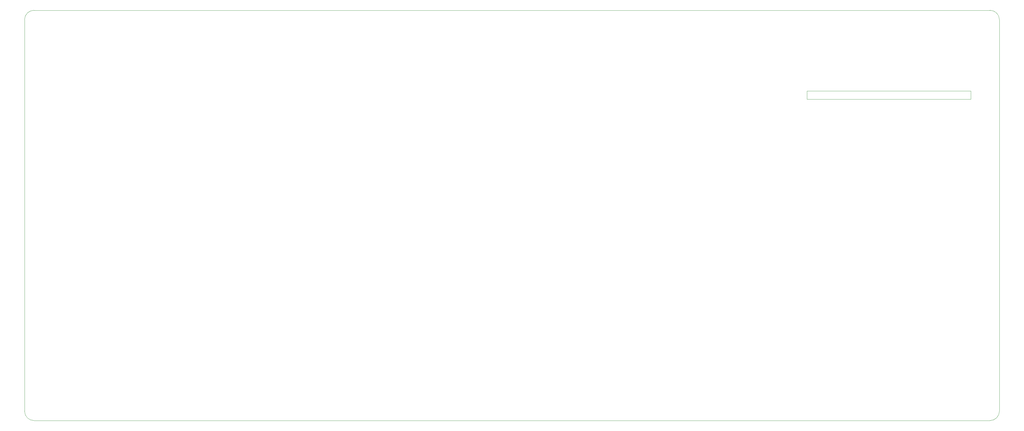
<source format=gm1>
G04 #@! TF.GenerationSoftware,KiCad,Pcbnew,7.0.7*
G04 #@! TF.CreationDate,2023-09-04T20:14:06-04:00*
G04 #@! TF.ProjectId,MainBoard,4d61696e-426f-4617-9264-2e6b69636164,rev?*
G04 #@! TF.SameCoordinates,Original*
G04 #@! TF.FileFunction,Profile,NP*
%FSLAX46Y46*%
G04 Gerber Fmt 4.6, Leading zero omitted, Abs format (unit mm)*
G04 Created by KiCad (PCBNEW 7.0.7) date 2023-09-04 20:14:06*
%MOMM*%
%LPD*%
G01*
G04 APERTURE LIST*
G04 #@! TA.AperFunction,Profile*
%ADD10C,0.100000*%
G04 #@! TD*
G04 #@! TA.AperFunction,Profile*
%ADD11C,0.120000*%
G04 #@! TD*
G04 APERTURE END LIST*
D10*
X0Y-10000000D02*
X0Y-134250000D01*
X3000000Y-137250000D02*
X305800000Y-137250000D01*
X305800000Y-137250000D02*
G75*
G03*
X308800000Y-134250000I0J3000000D01*
G01*
X3000000Y-7000000D02*
X305800000Y-7000000D01*
X308800000Y-10000000D02*
G75*
G03*
X305800000Y-7000000I-3000000J0D01*
G01*
X308800000Y-10000000D02*
X308800000Y-134250000D01*
X0Y-134250000D02*
G75*
G03*
X3000000Y-137250000I3000000J0D01*
G01*
X3000000Y-7000000D02*
G75*
G03*
X0Y-10000000I0J-3000000D01*
G01*
D11*
X299730000Y-32625000D02*
X247870000Y-32625000D01*
X247870000Y-32625000D02*
X247870000Y-35220000D01*
X247870000Y-35220000D02*
X299730000Y-35220000D01*
X299730000Y-35220000D02*
X299730000Y-32625000D01*
M02*

</source>
